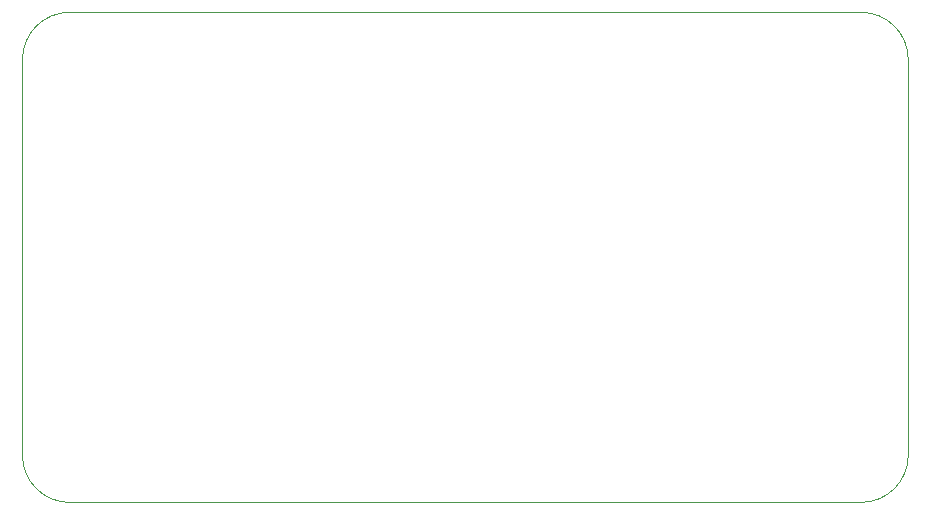
<source format=gbr>
%TF.GenerationSoftware,KiCad,Pcbnew,(5.1.9)-1*%
%TF.CreationDate,2021-08-01T22:25:33+09:30*%
%TF.ProjectId,tyre_temp_sense,74797265-5f74-4656-9d70-5f73656e7365,rev?*%
%TF.SameCoordinates,Original*%
%TF.FileFunction,Profile,NP*%
%FSLAX46Y46*%
G04 Gerber Fmt 4.6, Leading zero omitted, Abs format (unit mm)*
G04 Created by KiCad (PCBNEW (5.1.9)-1) date 2021-08-01 22:25:33*
%MOMM*%
%LPD*%
G01*
G04 APERTURE LIST*
%TA.AperFunction,Profile*%
%ADD10C,0.050000*%
%TD*%
G04 APERTURE END LIST*
D10*
X56000000Y-91000000D02*
X56000000Y-57500000D01*
X60000000Y-95000000D02*
X127000000Y-95000000D01*
X131000000Y-91000000D02*
X131000000Y-57500000D01*
X131000000Y-91000000D02*
G75*
G02*
X127000000Y-95000000I-4000000J0D01*
G01*
X127000000Y-53500000D02*
G75*
G02*
X131000000Y-57500000I0J-4000000D01*
G01*
X60000000Y-95000000D02*
G75*
G02*
X56000000Y-91000000I0J4000000D01*
G01*
X56000000Y-57500000D02*
G75*
G02*
X60000000Y-53500000I4000000J0D01*
G01*
X60000000Y-53500000D02*
X127000000Y-53500000D01*
M02*

</source>
